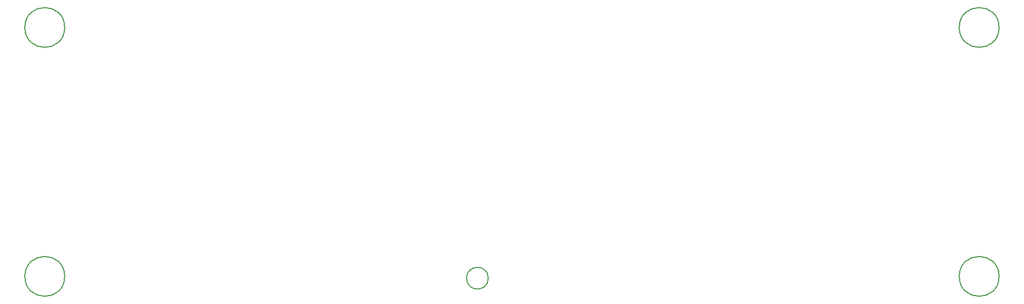
<source format=gbr>
%TF.GenerationSoftware,KiCad,Pcbnew,(6.0.7)*%
%TF.CreationDate,2022-08-24T09:29:56-04:00*%
%TF.ProjectId,BBB_16_Flex,4242425f-3136-45f4-966c-65782e6b6963,v2*%
%TF.SameCoordinates,Original*%
%TF.FileFunction,Other,Comment*%
%FSLAX46Y46*%
G04 Gerber Fmt 4.6, Leading zero omitted, Abs format (unit mm)*
G04 Created by KiCad (PCBNEW (6.0.7)) date 2022-08-24 09:29:56*
%MOMM*%
%LPD*%
G01*
G04 APERTURE LIST*
%ADD10C,0.150000*%
G04 APERTURE END LIST*
D10*
%TO.C,REF\u002A\u002A*%
X95910000Y-117348000D02*
G75*
G03*
X95910000Y-117348000I-3200000J0D01*
G01*
X246024000Y-117348000D02*
G75*
G03*
X246024000Y-117348000I-3200000J0D01*
G01*
X95910000Y-77343000D02*
G75*
G03*
X95910000Y-77343000I-3200000J0D01*
G01*
X246024000Y-77343000D02*
G75*
G03*
X246024000Y-77343000I-3200000J0D01*
G01*
%TO.C,S2*%
X163966000Y-117634000D02*
G75*
G03*
X163966000Y-117634000I-1750000J0D01*
G01*
%TD*%
M02*

</source>
